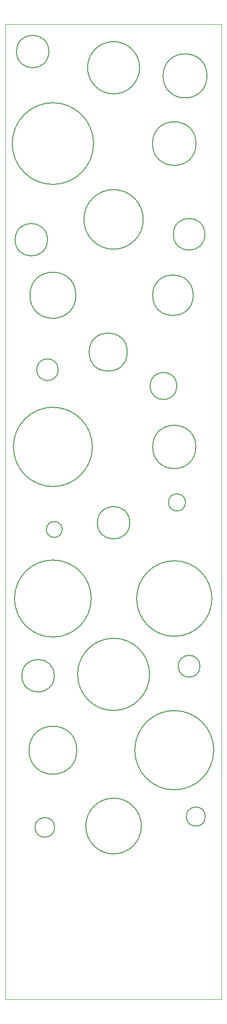
<source format=gm1>
G04 #@! TF.GenerationSoftware,KiCad,Pcbnew,5.1.5+dfsg1-2build2*
G04 #@! TF.CreationDate,2021-12-29T18:43:09+01:00*
G04 #@! TF.ProjectId,wall,77616c6c-2e6b-4696-9361-645f70636258,rev?*
G04 #@! TF.SameCoordinates,Original*
G04 #@! TF.FileFunction,Profile,NP*
%FSLAX46Y46*%
G04 Gerber Fmt 4.6, Leading zero omitted, Abs format (unit mm)*
G04 Created by KiCad (PCBNEW 5.1.5+dfsg1-2build2) date 2021-12-29 18:43:09*
%MOMM*%
%LPD*%
G04 APERTURE LIST*
%ADD10C,0.150000*%
%ADD11C,0.100000*%
G04 APERTURE END LIST*
D10*
X137017767Y-166250000D02*
G75*
G03X137017767Y-166250000I-1767767J0D01*
G01*
X109070027Y-168250000D02*
G75*
G03X109070027Y-168250000I-1820027J0D01*
G01*
X110457738Y-113250000D02*
G75*
G03X110457738Y-113250000I-1457738J0D01*
G01*
X136015564Y-138500000D02*
G75*
G03X136015564Y-138500000I-2015564J0D01*
G01*
X109000000Y-140250000D02*
G75*
G03X109000000Y-140250000I-3000000J0D01*
G01*
X137319705Y-29500000D02*
G75*
G03X137319705Y-29500000I-4069705J0D01*
G01*
X108000000Y-25000000D02*
G75*
G03X108000000Y-25000000I-3000000J0D01*
G01*
X107750000Y-59750000D02*
G75*
G03X107750000Y-59750000I-3000000J0D01*
G01*
X109750000Y-83750000D02*
G75*
G03X109750000Y-83750000I-2000000J0D01*
G01*
X136926175Y-58750000D02*
G75*
G03X136926175Y-58750000I-2926175J0D01*
G01*
X131750000Y-86750000D02*
G75*
G03X131750000Y-86750000I-2500000J0D01*
G01*
X133331139Y-108250000D02*
G75*
G03X133331139Y-108250000I-1581139J0D01*
G01*
X113180011Y-154000000D02*
G75*
G03X113180011Y-154000000I-4430011J0D01*
G01*
X125153882Y-168000000D02*
G75*
G03X125153882Y-168000000I-5153882J0D01*
G01*
X138568641Y-154000000D02*
G75*
G03X138568641Y-154000000I-7318641J0D01*
G01*
X126670832Y-140000000D02*
G75*
G03X126670832Y-140000000I-6670832J0D01*
G01*
X115860731Y-126000000D02*
G75*
G03X115860731Y-126000000I-7110731J0D01*
G01*
X138223163Y-126000000D02*
G75*
G03X138223163Y-126000000I-6973163J0D01*
G01*
X116287407Y-42000000D02*
G75*
G03X116287407Y-42000000I-7537407J0D01*
G01*
X124828302Y-28000000D02*
G75*
G03X124828302Y-28000000I-4828302J0D01*
G01*
X135281129Y-42000000D02*
G75*
G03X135281129Y-42000000I-4031129J0D01*
G01*
X125505679Y-56000000D02*
G75*
G03X125505679Y-56000000I-5505679J0D01*
G01*
X113007347Y-70000000D02*
G75*
G03X113007347Y-70000000I-4257347J0D01*
G01*
X134758324Y-70000000D02*
G75*
G03X134758324Y-70000000I-3758324J0D01*
G01*
X122535534Y-80500000D02*
G75*
G03X122535534Y-80500000I-3535534J0D01*
G01*
X116068641Y-98000000D02*
G75*
G03X116068641Y-98000000I-7318641J0D01*
G01*
X135250000Y-98000000D02*
G75*
G03X135250000Y-98000000I-4000000J0D01*
G01*
X123000000Y-112000000D02*
G75*
G03X123000000Y-112000000I-3000000J0D01*
G01*
D11*
X140000000Y-20000000D02*
X100000000Y-19999999D01*
X140000000Y-200000000D02*
X140000000Y-20000000D01*
X100000000Y-200000000D02*
X140000000Y-200000000D01*
X100000000Y-19999999D02*
X100000000Y-200000000D01*
M02*

</source>
